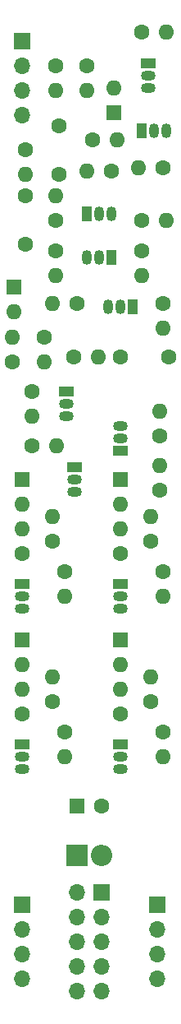
<source format=gts>
G04 #@! TF.GenerationSoftware,KiCad,Pcbnew,(5.1.9)-1*
G04 #@! TF.CreationDate,2022-06-14T08:32:34+02:00*
G04 #@! TF.ProjectId,Manual Gate Main,4d616e75-616c-4204-9761-7465204d6169,rev?*
G04 #@! TF.SameCoordinates,Original*
G04 #@! TF.FileFunction,Soldermask,Top*
G04 #@! TF.FilePolarity,Negative*
%FSLAX46Y46*%
G04 Gerber Fmt 4.6, Leading zero omitted, Abs format (unit mm)*
G04 Created by KiCad (PCBNEW (5.1.9)-1) date 2022-06-14 08:32:34*
%MOMM*%
%LPD*%
G01*
G04 APERTURE LIST*
%ADD10O,1.600000X1.600000*%
%ADD11C,1.600000*%
%ADD12R,1.600000X1.600000*%
%ADD13O,2.200000X2.200000*%
%ADD14R,2.200000X2.200000*%
%ADD15O,1.700000X1.700000*%
%ADD16R,1.700000X1.700000*%
%ADD17R,1.050000X1.500000*%
%ADD18O,1.050000X1.500000*%
%ADD19R,1.500000X1.050000*%
%ADD20O,1.500000X1.050000*%
G04 APERTURE END LIST*
D10*
G04 #@! TO.C,R1*
X4826000Y-35560000D03*
D11*
X4826000Y-33020000D03*
G04 #@! TD*
D10*
G04 #@! TO.C,D12*
X12065000Y-7302500D03*
D12*
X12065000Y-9842500D03*
G04 #@! TD*
D10*
G04 #@! TO.C,D9*
X12700000Y-50165000D03*
D12*
X12700000Y-47625000D03*
G04 #@! TD*
D10*
G04 #@! TO.C,D8*
X12700000Y-66675000D03*
D12*
X12700000Y-64135000D03*
G04 #@! TD*
D10*
G04 #@! TO.C,D5*
X2540000Y-50165000D03*
D12*
X2540000Y-47625000D03*
G04 #@! TD*
D10*
G04 #@! TO.C,D2*
X1700000Y-30340000D03*
D12*
X1700000Y-27800000D03*
G04 #@! TD*
D10*
G04 #@! TO.C,D1*
X2540000Y-66675000D03*
D12*
X2540000Y-64135000D03*
G04 #@! TD*
D13*
G04 #@! TO.C,D7*
X10795000Y-86360000D03*
D14*
X8255000Y-86360000D03*
G04 #@! TD*
D10*
G04 #@! TO.C,R43*
X12382500Y-12700000D03*
D11*
X9842500Y-12700000D03*
G04 #@! TD*
D10*
G04 #@! TO.C,R42*
X14605000Y-15557500D03*
D11*
X17145000Y-15557500D03*
G04 #@! TD*
D10*
G04 #@! TO.C,R41*
X17462500Y-1587500D03*
D11*
X14922500Y-1587500D03*
G04 #@! TD*
D10*
G04 #@! TO.C,R40*
X9207500Y-7620000D03*
D11*
X9207500Y-5080000D03*
G04 #@! TD*
D10*
G04 #@! TO.C,R39*
X6032500Y-7620000D03*
D11*
X6032500Y-5080000D03*
G04 #@! TD*
D10*
G04 #@! TO.C,R36*
X17145000Y-59690000D03*
D11*
X17145000Y-57150000D03*
G04 #@! TD*
D10*
G04 #@! TO.C,R35*
X15875000Y-51435000D03*
D11*
X15875000Y-53975000D03*
G04 #@! TD*
D10*
G04 #@! TO.C,R33*
X12700000Y-52705000D03*
D11*
X12700000Y-55245000D03*
G04 #@! TD*
D10*
G04 #@! TO.C,R31*
X16764000Y-46228000D03*
D11*
X16764000Y-48768000D03*
G04 #@! TD*
D10*
G04 #@! TO.C,R30*
X17145000Y-76200000D03*
D11*
X17145000Y-73660000D03*
G04 #@! TD*
D10*
G04 #@! TO.C,R29*
X15875000Y-67945000D03*
D11*
X15875000Y-70485000D03*
G04 #@! TD*
D10*
G04 #@! TO.C,R28*
X16764000Y-40640000D03*
D11*
X16764000Y-43180000D03*
G04 #@! TD*
D10*
G04 #@! TO.C,R27*
X12700000Y-69215000D03*
D11*
X12700000Y-71755000D03*
G04 #@! TD*
D10*
G04 #@! TO.C,R25*
X17145000Y-32067500D03*
D11*
X17145000Y-29527500D03*
G04 #@! TD*
D10*
G04 #@! TO.C,R23*
X14922500Y-26670000D03*
D11*
X14922500Y-24130000D03*
G04 #@! TD*
D10*
G04 #@! TO.C,R22*
X6985000Y-59690000D03*
D11*
X6985000Y-57150000D03*
G04 #@! TD*
D10*
G04 #@! TO.C,R21*
X5715000Y-51435000D03*
D11*
X5715000Y-53975000D03*
G04 #@! TD*
D10*
G04 #@! TO.C,R20*
X17462500Y-20955000D03*
D11*
X14922500Y-20955000D03*
G04 #@! TD*
D10*
G04 #@! TO.C,R19*
X2540000Y-52705000D03*
D11*
X2540000Y-55245000D03*
G04 #@! TD*
D10*
G04 #@! TO.C,R18*
X6032500Y-18415000D03*
D11*
X6032500Y-20955000D03*
G04 #@! TD*
D10*
G04 #@! TO.C,R17*
X5715000Y-29527500D03*
D11*
X8255000Y-29527500D03*
G04 #@! TD*
D10*
G04 #@! TO.C,R16*
X6032500Y-26670000D03*
D11*
X6032500Y-24130000D03*
G04 #@! TD*
D10*
G04 #@! TO.C,R11*
X6096000Y-44196000D03*
D11*
X3556000Y-44196000D03*
G04 #@! TD*
D10*
G04 #@! TO.C,R10*
X1500000Y-32960000D03*
D11*
X1500000Y-35500000D03*
G04 #@! TD*
D10*
G04 #@! TO.C,R9*
X6985000Y-76200000D03*
D11*
X6985000Y-73660000D03*
G04 #@! TD*
D10*
G04 #@! TO.C,R8*
X2857500Y-16192500D03*
D11*
X2857500Y-13652500D03*
G04 #@! TD*
D10*
G04 #@! TO.C,R6*
X5715000Y-67945000D03*
D11*
X5715000Y-70485000D03*
G04 #@! TD*
D10*
G04 #@! TO.C,R5*
X2540000Y-69215000D03*
D11*
X2540000Y-71755000D03*
G04 #@! TD*
D10*
G04 #@! TO.C,R4*
X3556000Y-41148000D03*
D11*
X3556000Y-38608000D03*
G04 #@! TD*
D10*
G04 #@! TO.C,R3*
X9207500Y-15875000D03*
D11*
X11747500Y-15875000D03*
G04 #@! TD*
D10*
G04 #@! TO.C,R2*
X10440000Y-35052000D03*
D11*
X7900000Y-35052000D03*
G04 #@! TD*
D15*
G04 #@! TO.C,J10*
X16510000Y-99060000D03*
X16510000Y-96520000D03*
X16510000Y-93980000D03*
D16*
X16510000Y-91440000D03*
G04 #@! TD*
D15*
G04 #@! TO.C,J9*
X2540000Y-99060000D03*
X2540000Y-96520000D03*
X2540000Y-93980000D03*
D16*
X2540000Y-91440000D03*
G04 #@! TD*
D15*
G04 #@! TO.C,J8*
X2540000Y-10160000D03*
X2540000Y-7620000D03*
X2540000Y-5080000D03*
D16*
X2540000Y-2540000D03*
G04 #@! TD*
D17*
G04 #@! TO.C,Q12*
X14922500Y-11747500D03*
D18*
X17462500Y-11747500D03*
X16192500Y-11747500D03*
G04 #@! TD*
D19*
G04 #@! TO.C,Q11*
X15557500Y-4762500D03*
D20*
X15557500Y-7302500D03*
X15557500Y-6032500D03*
G04 #@! TD*
D19*
G04 #@! TO.C,Q10*
X12700000Y-58420000D03*
D20*
X12700000Y-60960000D03*
X12700000Y-59690000D03*
G04 #@! TD*
D19*
G04 #@! TO.C,Q9*
X12700000Y-74930000D03*
D20*
X12700000Y-77470000D03*
X12700000Y-76200000D03*
G04 #@! TD*
D19*
G04 #@! TO.C,Q8*
X12700000Y-44704000D03*
D20*
X12700000Y-42164000D03*
X12700000Y-43434000D03*
G04 #@! TD*
D19*
G04 #@! TO.C,Q7*
X2540000Y-58420000D03*
D20*
X2540000Y-60960000D03*
X2540000Y-59690000D03*
G04 #@! TD*
D17*
G04 #@! TO.C,Q6*
X13970000Y-29845000D03*
D18*
X11430000Y-29845000D03*
X12700000Y-29845000D03*
G04 #@! TD*
D17*
G04 #@! TO.C,Q5*
X11747500Y-24765000D03*
D18*
X9207500Y-24765000D03*
X10477500Y-24765000D03*
G04 #@! TD*
D19*
G04 #@! TO.C,Q4*
X8000000Y-46400000D03*
D20*
X8000000Y-48940000D03*
X8000000Y-47670000D03*
G04 #@! TD*
D19*
G04 #@! TO.C,Q3*
X2540000Y-74930000D03*
D20*
X2540000Y-77470000D03*
X2540000Y-76200000D03*
G04 #@! TD*
D17*
G04 #@! TO.C,Q2*
X9207500Y-20320000D03*
D18*
X11747500Y-20320000D03*
X10477500Y-20320000D03*
G04 #@! TD*
D19*
G04 #@! TO.C,Q1*
X7112000Y-38608000D03*
D20*
X7112000Y-41148000D03*
X7112000Y-39878000D03*
G04 #@! TD*
D15*
G04 #@! TO.C,J3*
X8255000Y-100330000D03*
X10795000Y-100330000D03*
X8255000Y-97790000D03*
X10795000Y-97790000D03*
X8255000Y-95250000D03*
X10795000Y-95250000D03*
X8255000Y-92710000D03*
X10795000Y-92710000D03*
X8255000Y-90170000D03*
D16*
X10795000Y-90170000D03*
G04 #@! TD*
D11*
G04 #@! TO.C,C5*
X10755000Y-81280000D03*
D12*
X8255000Y-81280000D03*
G04 #@! TD*
D11*
G04 #@! TO.C,C4*
X2857500Y-23415000D03*
X2857500Y-18415000D03*
G04 #@! TD*
G04 #@! TO.C,C3*
X6350000Y-11192500D03*
X6350000Y-16192500D03*
G04 #@! TD*
G04 #@! TO.C,C2*
X17700000Y-35052000D03*
X12700000Y-35052000D03*
G04 #@! TD*
M02*

</source>
